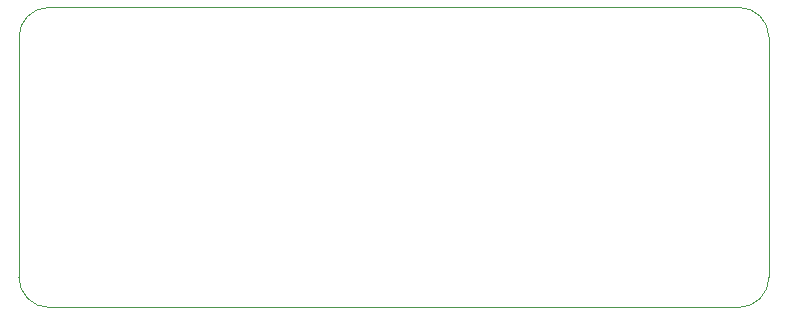
<source format=gbr>
%TF.GenerationSoftware,Altium Limited,Altium Designer,22.9.1 (49)*%
G04 Layer_Color=0*
%FSLAX26Y26*%
%MOIN*%
%TF.SameCoordinates,1DAB686F-CFF3-4EBC-B241-DE3F9B15245D*%
%TF.FilePolarity,Positive*%
%TF.FileFunction,Profile,NP*%
%TF.Part,Single*%
G01*
G75*
%TA.AperFunction,Profile*%
%ADD35C,0.001000*%
D35*
X4900000Y2000000D02*
G03*
X5000000Y2100000I0J100000D01*
G01*
Y2900000D01*
D02*
G03*
X4900000Y3000000I-100000J0D01*
G01*
X2600000D01*
D02*
G03*
X2500000Y2900000I0J-100000D01*
G01*
Y2100000D01*
D02*
G03*
X2600000Y2000000I100000J0D01*
G01*
D01*
X4900000D01*
%TF.MD5,492cf2e31cdb132555e7b0f9f1c5a280*%
M02*

</source>
